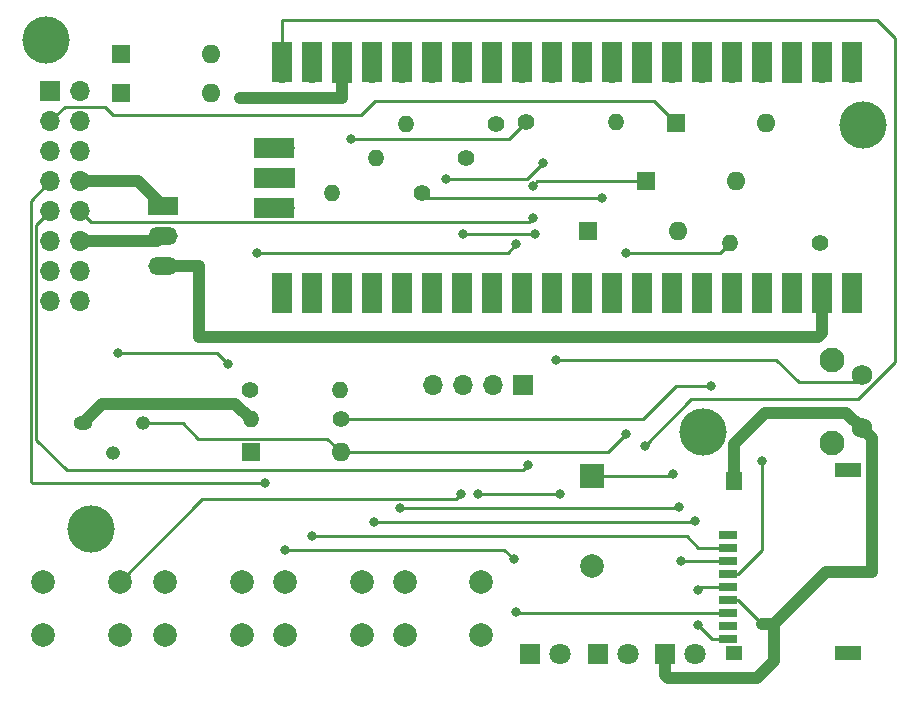
<source format=gbr>
%TF.GenerationSoftware,KiCad,Pcbnew,7.0.8*%
%TF.CreationDate,2023-11-12T18:19:46+02:00*%
%TF.ProjectId,PicoDrive,5069636f-4472-4697-9665-2e6b69636164,rev?*%
%TF.SameCoordinates,PX55854f8PY4548d10*%
%TF.FileFunction,Copper,L1,Top*%
%TF.FilePolarity,Positive*%
%FSLAX46Y46*%
G04 Gerber Fmt 4.6, Leading zero omitted, Abs format (unit mm)*
G04 Created by KiCad (PCBNEW 7.0.8) date 2023-11-12 18:19:46*
%MOMM*%
%LPD*%
G01*
G04 APERTURE LIST*
%TA.AperFunction,ComponentPad*%
%ADD10R,2.000000X2.000000*%
%TD*%
%TA.AperFunction,ComponentPad*%
%ADD11C,2.000000*%
%TD*%
%TA.AperFunction,ComponentPad*%
%ADD12O,1.700000X1.700000*%
%TD*%
%TA.AperFunction,SMDPad,CuDef*%
%ADD13R,1.700000X3.500000*%
%TD*%
%TA.AperFunction,ComponentPad*%
%ADD14R,1.700000X1.700000*%
%TD*%
%TA.AperFunction,SMDPad,CuDef*%
%ADD15R,3.500000X1.700000*%
%TD*%
%TA.AperFunction,ComponentPad*%
%ADD16C,1.400000*%
%TD*%
%TA.AperFunction,ComponentPad*%
%ADD17O,1.400000X1.400000*%
%TD*%
%TA.AperFunction,ComponentPad*%
%ADD18R,1.600000X1.600000*%
%TD*%
%TA.AperFunction,ComponentPad*%
%ADD19O,1.600000X1.600000*%
%TD*%
%TA.AperFunction,ComponentPad*%
%ADD20R,1.800000X1.800000*%
%TD*%
%TA.AperFunction,ComponentPad*%
%ADD21C,1.800000*%
%TD*%
%TA.AperFunction,SMDPad,CuDef*%
%ADD22R,1.600000X0.700000*%
%TD*%
%TA.AperFunction,SMDPad,CuDef*%
%ADD23R,1.400000X1.600000*%
%TD*%
%TA.AperFunction,SMDPad,CuDef*%
%ADD24R,2.200000X1.200000*%
%TD*%
%TA.AperFunction,SMDPad,CuDef*%
%ADD25R,1.400000X1.200000*%
%TD*%
%TA.AperFunction,ComponentPad*%
%ADD26O,1.600000X1.200000*%
%TD*%
%TA.AperFunction,ComponentPad*%
%ADD27O,1.200000X1.200000*%
%TD*%
%TA.AperFunction,ComponentPad*%
%ADD28C,2.100000*%
%TD*%
%TA.AperFunction,ComponentPad*%
%ADD29C,1.750000*%
%TD*%
%TA.AperFunction,ComponentPad*%
%ADD30R,2.500000X1.500000*%
%TD*%
%TA.AperFunction,ComponentPad*%
%ADD31O,2.500000X1.500000*%
%TD*%
%TA.AperFunction,ViaPad*%
%ADD32C,4.000000*%
%TD*%
%TA.AperFunction,ViaPad*%
%ADD33C,0.800000*%
%TD*%
%TA.AperFunction,Conductor*%
%ADD34C,0.250000*%
%TD*%
%TA.AperFunction,Conductor*%
%ADD35C,1.000000*%
%TD*%
G04 APERTURE END LIST*
D10*
%TO.P,BZ1,1,-*%
%TO.N,Net-(BZ1--)*%
X49300000Y-39800000D03*
D11*
%TO.P,BZ1,2,+*%
%TO.N,/GND*%
X49300000Y-47400000D03*
%TD*%
D12*
%TO.P,U1,1,GPIO0*%
%TO.N,Net-(D1-A)*%
X71295000Y-5670000D03*
D13*
X71295000Y-4770000D03*
D12*
%TO.P,U1,2,GPIO1*%
%TO.N,Net-(D2-A)*%
X68755000Y-5670000D03*
D13*
X68755000Y-4770000D03*
D14*
%TO.P,U1,3,GND*%
%TO.N,unconnected-(U1-GND-Pad3)*%
X66215000Y-5670000D03*
D13*
X66215000Y-4770000D03*
D12*
%TO.P,U1,4,GPIO2*%
%TO.N,Net-(D15-A)*%
X63675000Y-5670000D03*
D13*
X63675000Y-4770000D03*
D12*
%TO.P,U1,5,GPIO3*%
%TO.N,Net-(D14-A)*%
X61135000Y-5670000D03*
D13*
X61135000Y-4770000D03*
D12*
%TO.P,U1,6,GPIO4*%
%TO.N,Net-(U1-GPIO4)*%
X58595000Y-5670000D03*
D13*
X58595000Y-4770000D03*
D12*
%TO.P,U1,7,GPIO5*%
%TO.N,Net-(D12-A)*%
X56055000Y-5670000D03*
D13*
X56055000Y-4770000D03*
D14*
%TO.P,U1,8,GND*%
%TO.N,unconnected-(U1-GND-Pad8)*%
X53515000Y-5670000D03*
D13*
X53515000Y-4770000D03*
D12*
%TO.P,U1,9,GPIO6*%
%TO.N,Net-(U1-GPIO6)*%
X50975000Y-5670000D03*
D13*
X50975000Y-4770000D03*
D12*
%TO.P,U1,10,GPIO7*%
%TO.N,unconnected-(U1-GPIO7-Pad10)*%
X48435000Y-5670000D03*
D13*
X48435000Y-4770000D03*
D12*
%TO.P,U1,11,GPIO8*%
%TO.N,Net-(U1-GPIO8)*%
X45895000Y-5670000D03*
D13*
X45895000Y-4770000D03*
D12*
%TO.P,U1,12,GPIO9*%
%TO.N,Net-(U1-GPIO9)*%
X43355000Y-5670000D03*
D13*
X43355000Y-4770000D03*
D14*
%TO.P,U1,13,GND*%
%TO.N,unconnected-(U1-GND-Pad13)*%
X40815000Y-5670000D03*
D13*
X40815000Y-4770000D03*
D12*
%TO.P,U1,14,GPIO10*%
%TO.N,Net-(U1-GPIO10)*%
X38275000Y-5670000D03*
D13*
X38275000Y-4770000D03*
D12*
%TO.P,U1,15,GPIO11*%
%TO.N,Net-(U1-GPIO11)*%
X35735000Y-5670000D03*
D13*
X35735000Y-4770000D03*
D12*
%TO.P,U1,16,GPIO12*%
%TO.N,Net-(U1-GPIO12)*%
X33195000Y-5670000D03*
D13*
X33195000Y-4770000D03*
D12*
%TO.P,U1,17,GPIO13*%
%TO.N,Net-(U1-GPIO13)*%
X30655000Y-5670000D03*
D13*
X30655000Y-4770000D03*
D14*
%TO.P,U1,18,GND*%
%TO.N,/GND*%
X28115000Y-5670000D03*
D13*
X28115000Y-4770000D03*
D12*
%TO.P,U1,19,GPIO14*%
%TO.N,Net-(U1-GPIO14)*%
X25575000Y-5670000D03*
D13*
X25575000Y-4770000D03*
D12*
%TO.P,U1,20,GPIO15*%
%TO.N,Net-(J4-DET)*%
X23035000Y-5670000D03*
D13*
X23035000Y-4770000D03*
D12*
%TO.P,U1,21,GPIO16*%
%TO.N,/MISO*%
X23035000Y-23450000D03*
D13*
X23035000Y-24350000D03*
D12*
%TO.P,U1,22,GPIO17*%
%TO.N,/CS*%
X25575000Y-23450000D03*
D13*
X25575000Y-24350000D03*
D14*
%TO.P,U1,23,GND*%
%TO.N,unconnected-(U1-GND-Pad23)*%
X28115000Y-23450000D03*
D13*
X28115000Y-24350000D03*
D12*
%TO.P,U1,24,GPIO18*%
%TO.N,/SCK*%
X30655000Y-23450000D03*
D13*
X30655000Y-24350000D03*
D12*
%TO.P,U1,25,GPIO19*%
%TO.N,/MOSI*%
X33195000Y-23450000D03*
D13*
X33195000Y-24350000D03*
D12*
%TO.P,U1,26,GPIO20*%
%TO.N,Net-(J3-Pin_4)*%
X35735000Y-23450000D03*
D13*
X35735000Y-24350000D03*
D12*
%TO.P,U1,27,GPIO21*%
%TO.N,Net-(J3-Pin_3)*%
X38275000Y-23450000D03*
D13*
X38275000Y-24350000D03*
D14*
%TO.P,U1,28,GND*%
%TO.N,Net-(J3-Pin_1)*%
X40815000Y-23450000D03*
D13*
X40815000Y-24350000D03*
D12*
%TO.P,U1,29,GPIO22*%
%TO.N,unconnected-(U1-GPIO22-Pad29)*%
X43355000Y-23450000D03*
D13*
X43355000Y-24350000D03*
D12*
%TO.P,U1,30,RUN*%
%TO.N,Net-(U1-RUN)*%
X45895000Y-23450000D03*
D13*
X45895000Y-24350000D03*
D12*
%TO.P,U1,31,GPIO26_ADC0*%
%TO.N,unconnected-(U1-GPIO26_ADC0-Pad31)*%
X48435000Y-23450000D03*
D13*
X48435000Y-24350000D03*
D12*
%TO.P,U1,32,GPIO27_ADC1*%
%TO.N,unconnected-(U1-GPIO27_ADC1-Pad32)*%
X50975000Y-23450000D03*
D13*
X50975000Y-24350000D03*
D14*
%TO.P,U1,33,AGND*%
%TO.N,unconnected-(U1-AGND-Pad33)*%
X53515000Y-23450000D03*
D13*
X53515000Y-24350000D03*
D12*
%TO.P,U1,34,GPIO28_ADC2*%
%TO.N,Net-(BZ1--)*%
X56055000Y-23450000D03*
D13*
X56055000Y-24350000D03*
D12*
%TO.P,U1,35,ADC_VREF*%
%TO.N,unconnected-(U1-ADC_VREF-Pad35)*%
X58595000Y-23450000D03*
D13*
X58595000Y-24350000D03*
D12*
%TO.P,U1,36,3V3*%
%TO.N,unconnected-(U1-3V3-Pad36)*%
X61135000Y-23450000D03*
D13*
X61135000Y-24350000D03*
D12*
%TO.P,U1,37,3V3_EN*%
%TO.N,/VCC 3.3V*%
X63675000Y-23450000D03*
D13*
X63675000Y-24350000D03*
D14*
%TO.P,U1,38,GND*%
%TO.N,unconnected-(U1-GND-Pad38)*%
X66215000Y-23450000D03*
D13*
X66215000Y-24350000D03*
D12*
%TO.P,U1,39,VSYS*%
%TO.N,Net-(J3-Pin_2)*%
X68755000Y-23450000D03*
D13*
X68755000Y-24350000D03*
D12*
%TO.P,U1,40,VBUS*%
%TO.N,unconnected-(U1-VBUS-Pad40)*%
X71295000Y-23450000D03*
D13*
X71295000Y-24350000D03*
D12*
%TO.P,U1,41,SWCLK*%
%TO.N,unconnected-(U1-SWCLK-Pad41)*%
X23265000Y-12020000D03*
D15*
X22365000Y-12020000D03*
D14*
%TO.P,U1,42,GND*%
%TO.N,unconnected-(U1-GND-Pad42)*%
X23265000Y-14560000D03*
D15*
X22365000Y-14560000D03*
D12*
%TO.P,U1,43,SWDIO*%
%TO.N,unconnected-(U1-SWDIO-Pad43)*%
X23265000Y-17100000D03*
D15*
X22365000Y-17100000D03*
%TD*%
D14*
%TO.P,J1,1a,Pin_1a*%
%TO.N,Net-(D1-K)*%
X3435000Y-7255000D03*
D12*
%TO.P,J1,1b,Pin_1b*%
%TO.N,Net-(D2-K)*%
X5975000Y-7255000D03*
%TO.P,J1,2a,Pin_2a*%
%TO.N,Net-(D15-K)*%
X3435000Y-9795000D03*
%TO.P,J1,2b,Pin_2b*%
%TO.N,Net-(D11-K)*%
X5975000Y-9795000D03*
%TO.P,J1,3a,Pin_3a*%
%TO.N,unconnected-(J1-Pin_3a-Pad3a)*%
X3435000Y-12335000D03*
%TO.P,J1,3b,Pin_3b*%
%TO.N,unconnected-(J1-Pin_3b-Pad3b)*%
X5975000Y-12335000D03*
%TO.P,J1,4a,Pin_4a*%
%TO.N,Net-(J1-Pin_4a)*%
X3435000Y-14875000D03*
%TO.P,J1,4b,Pin_4b*%
%TO.N,Net-(J1-Pin_4b)*%
X5975000Y-14875000D03*
%TO.P,J1,5a,Pin_5a*%
%TO.N,Net-(D12-K)*%
X3435000Y-17415000D03*
%TO.P,J1,5b,Pin_5b*%
%TO.N,Net-(D14-K)*%
X5975000Y-17415000D03*
%TO.P,J1,6a,Pin_6a*%
%TO.N,/GND*%
X3435000Y-19955000D03*
%TO.P,J1,6b,Pin_6b*%
X5975000Y-19955000D03*
%TO.P,J1,7a,Pin_7a*%
X3435000Y-22495000D03*
%TO.P,J1,7b,Pin_7b*%
X5975000Y-22495000D03*
%TO.P,J1,8a,Pin_8a*%
X3435000Y-25035000D03*
%TO.P,J1,8b,Pin_8b*%
X5975000Y-25035000D03*
%TD*%
D16*
%TO.P,R22,1*%
%TO.N,Net-(Q3-B)*%
X43705000Y-9825000D03*
D17*
%TO.P,R22,2*%
%TO.N,Net-(U1-GPIO6)*%
X51325000Y-9825000D03*
%TD*%
D16*
%TO.P,R6,1*%
%TO.N,Net-(BL_LED1-A)*%
X34935000Y-15850000D03*
D17*
%TO.P,R6,2*%
%TO.N,Net-(U1-GPIO14)*%
X27315000Y-15850000D03*
%TD*%
D16*
%TO.P,R7,1*%
%TO.N,Net-(RD_LED1-A)*%
X38610000Y-12850000D03*
D17*
%TO.P,R7,2*%
%TO.N,Net-(U1-GPIO13)*%
X30990000Y-12850000D03*
%TD*%
D18*
%TO.P,D2,1,K*%
%TO.N,Net-(D2-K)*%
X9455000Y-7350000D03*
D19*
%TO.P,D2,2,A*%
%TO.N,Net-(D2-A)*%
X17075000Y-7350000D03*
%TD*%
D16*
%TO.P,R26,1*%
%TO.N,Net-(U1-GPIO4)*%
X28025000Y-35000000D03*
D17*
%TO.P,R26,2*%
%TO.N,/GND*%
X20405000Y-35000000D03*
%TD*%
D20*
%TO.P,BL_LED1,1,K*%
%TO.N,/GND*%
X55475000Y-54862500D03*
D21*
%TO.P,BL_LED1,2,A*%
%TO.N,Net-(BL_LED1-A)*%
X58015000Y-54862500D03*
%TD*%
D16*
%TO.P,R25,1*%
%TO.N,Net-(J1-Pin_4a)*%
X20330000Y-32500000D03*
D17*
%TO.P,R25,2*%
%TO.N,Net-(U1-GPIO4)*%
X27950000Y-32500000D03*
%TD*%
D20*
%TO.P,RD_LED1,1,K*%
%TO.N,/GND*%
X49775000Y-54862500D03*
D21*
%TO.P,RD_LED1,2,A*%
%TO.N,Net-(RD_LED1-A)*%
X52315000Y-54862500D03*
%TD*%
D22*
%TO.P,J4,1,DAT2*%
%TO.N,unconnected-(J4-DAT2-Pad1)*%
X60828145Y-44809968D03*
%TO.P,J4,2,DAT3/CD*%
%TO.N,/CS*%
X60828145Y-45909968D03*
%TO.P,J4,3,CMD*%
%TO.N,/MOSI*%
X60828145Y-47009968D03*
%TO.P,J4,4,VDD*%
%TO.N,/VCC 3.3V*%
X60828145Y-48109968D03*
%TO.P,J4,5,CLK*%
%TO.N,/SCK*%
X60828145Y-49209968D03*
%TO.P,J4,6,VSS*%
%TO.N,/GND*%
X60828145Y-50309968D03*
%TO.P,J4,7,DAT0*%
%TO.N,/MISO*%
X60828145Y-51409968D03*
%TO.P,J4,8,DAT1*%
%TO.N,unconnected-(J4-DAT1-Pad8)*%
X60828145Y-52509968D03*
%TO.P,J4,9,DET*%
%TO.N,Net-(J4-DET)*%
X60828145Y-53609968D03*
D23*
%TO.P,J4,10,SHIELD*%
%TO.N,/GND*%
X61328145Y-40209968D03*
D24*
%TO.P,J4,SH*%
%TO.N,N/C*%
X70928145Y-39309968D03*
X70928145Y-54809968D03*
D25*
X61328145Y-54809968D03*
%TD*%
D26*
%TO.P,Q3,1,E*%
%TO.N,/GND*%
X6200000Y-35350000D03*
D27*
%TO.P,Q3,2,B*%
%TO.N,Net-(Q3-B)*%
X8740000Y-37890000D03*
%TO.P,Q3,3,C*%
%TO.N,Net-(D11-A)*%
X11280000Y-35350000D03*
%TD*%
D18*
%TO.P,D11,1,K*%
%TO.N,Net-(D11-K)*%
X20400000Y-37775000D03*
D19*
%TO.P,D11,2,A*%
%TO.N,Net-(D11-A)*%
X28020000Y-37775000D03*
%TD*%
D18*
%TO.P,D14,1,K*%
%TO.N,Net-(D14-K)*%
X53880000Y-14875000D03*
D19*
%TO.P,D14,2,A*%
%TO.N,Net-(D14-A)*%
X61500000Y-14875000D03*
%TD*%
D14*
%TO.P,J3,1,Pin_1*%
%TO.N,Net-(J3-Pin_1)*%
X43490000Y-32075000D03*
D12*
%TO.P,J3,2,Pin_2*%
%TO.N,Net-(J3-Pin_2)*%
X40950000Y-32075000D03*
%TO.P,J3,3,Pin_3*%
%TO.N,Net-(J3-Pin_3)*%
X38410000Y-32075000D03*
%TO.P,J3,4,Pin_4*%
%TO.N,Net-(J3-Pin_4)*%
X35870000Y-32075000D03*
%TD*%
D28*
%TO.P,SW_RST1,*%
%TO.N,*%
X69647500Y-30025000D03*
X69647500Y-37035000D03*
D29*
%TO.P,SW_RST1,1,1*%
%TO.N,Net-(U1-RUN)*%
X72137500Y-31275000D03*
%TO.P,SW_RST1,2,2*%
%TO.N,/GND*%
X72137500Y-35775000D03*
%TD*%
D16*
%TO.P,R8,1*%
%TO.N,Net-(GR_LED1-A)*%
X41175000Y-9975000D03*
D17*
%TO.P,R8,2*%
%TO.N,Net-(U1-GPIO12)*%
X33555000Y-9975000D03*
%TD*%
D30*
%TO.P,U2,1,Vin*%
%TO.N,Net-(J1-Pin_4b)*%
X12952500Y-16942500D03*
D31*
%TO.P,U2,2,GND*%
%TO.N,/GND*%
X12952500Y-19482500D03*
%TO.P,U2,3,Vout*%
%TO.N,Net-(J3-Pin_2)*%
X12952500Y-22022500D03*
%TD*%
D16*
%TO.P,R21,1*%
%TO.N,Net-(J3-Pin_2)*%
X68600000Y-20100000D03*
D17*
%TO.P,R21,2*%
%TO.N,Net-(D11-A)*%
X60980000Y-20100000D03*
%TD*%
D11*
%TO.P,SW_ENT1,1,1*%
%TO.N,/GND*%
X29800000Y-53250000D03*
X23300000Y-53250000D03*
%TO.P,SW_ENT1,2,2*%
%TO.N,Net-(U1-GPIO10)*%
X29800000Y-48750000D03*
X23300000Y-48750000D03*
%TD*%
D18*
%TO.P,D15,1,K*%
%TO.N,Net-(D15-K)*%
X56380000Y-9925000D03*
D19*
%TO.P,D15,2,A*%
%TO.N,Net-(D15-A)*%
X64000000Y-9925000D03*
%TD*%
D20*
%TO.P,GR_LED1,1,K*%
%TO.N,/GND*%
X44010000Y-54887500D03*
D21*
%TO.P,GR_LED1,2,A*%
%TO.N,Net-(GR_LED1-A)*%
X46550000Y-54887500D03*
%TD*%
D18*
%TO.P,D1,1,K*%
%TO.N,Net-(D1-K)*%
X9455000Y-4075000D03*
D19*
%TO.P,D1,2,A*%
%TO.N,Net-(D1-A)*%
X17075000Y-4075000D03*
%TD*%
D11*
%TO.P,SW_NXT1,1,1*%
%TO.N,/GND*%
X19625000Y-53250000D03*
X13125000Y-53250000D03*
%TO.P,SW_NXT1,2,2*%
%TO.N,Net-(U1-GPIO9)*%
X19625000Y-48750000D03*
X13125000Y-48750000D03*
%TD*%
D18*
%TO.P,D12,1,K*%
%TO.N,Net-(D12-K)*%
X48965000Y-19050000D03*
D19*
%TO.P,D12,2,A*%
%TO.N,Net-(D12-A)*%
X56585000Y-19050000D03*
%TD*%
D11*
%TO.P,SW_PRV1,1,1*%
%TO.N,/GND*%
X9300000Y-53250000D03*
X2800000Y-53250000D03*
%TO.P,SW_PRV1,2,2*%
%TO.N,Net-(U1-GPIO8)*%
X9300000Y-48750000D03*
X2800000Y-48750000D03*
%TD*%
%TO.P,SW_BCK1,1,1*%
%TO.N,/GND*%
X39925000Y-53300000D03*
X33425000Y-53300000D03*
%TO.P,SW_BCK1,2,2*%
%TO.N,Net-(U1-GPIO11)*%
X39925000Y-48800000D03*
X33425000Y-48800000D03*
%TD*%
D32*
%TO.N,*%
X6900000Y-44325000D03*
X3025000Y-2875000D03*
X58725000Y-36075000D03*
X72275000Y-10100000D03*
D33*
%TO.N,Net-(BZ1--)*%
X56125000Y-39675000D03*
%TO.N,/GND*%
X19525000Y-7825000D03*
%TO.N,Net-(GR_LED1-A)*%
X39675000Y-41375000D03*
X46550000Y-41375000D03*
%TO.N,Net-(RD_LED1-A)*%
X44450000Y-19300000D03*
X38400000Y-19300000D03*
%TO.N,Net-(BL_LED1-A)*%
X50150000Y-16250000D03*
%TO.N,Net-(D11-K)*%
X18475000Y-30350000D03*
X9175000Y-29425000D03*
%TO.N,Net-(D11-A)*%
X52150000Y-20950000D03*
X52200000Y-36250000D03*
%TO.N,Net-(D12-K)*%
X43850000Y-38925000D03*
%TO.N,Net-(D14-K)*%
X44275000Y-18000000D03*
X44275000Y-15250000D03*
%TO.N,Net-(J1-Pin_4a)*%
X21625000Y-40375000D03*
%TO.N,/CS*%
X25600000Y-44925000D03*
%TO.N,/SCK*%
X58300000Y-49500000D03*
X58025000Y-43625000D03*
X30800000Y-43700000D03*
%TO.N,/MOSI*%
X56850000Y-47000000D03*
X56700000Y-42450000D03*
X33000000Y-42525000D03*
%TO.N,/MISO*%
X23325000Y-46050000D03*
X42875000Y-51300000D03*
X42675000Y-46875000D03*
%TO.N,Net-(J3-Pin_2)*%
X41075000Y-28027500D03*
%TO.N,/VCC 3.3V*%
X63650000Y-38550000D03*
%TO.N,Net-(J4-DET)*%
X53768476Y-37243476D03*
X58275000Y-52400000D03*
%TO.N,Net-(Q3-B)*%
X28900000Y-11275000D03*
%TO.N,Net-(U1-GPIO4)*%
X59375000Y-32200000D03*
%TO.N,Net-(U1-RUN)*%
X46225000Y-29975000D03*
%TO.N,Net-(U1-GPIO8)*%
X38225000Y-41375000D03*
X36975000Y-14700000D03*
X45175000Y-13300000D03*
%TO.N,Net-(U1-GPIO9)*%
X42900000Y-20175000D03*
X20925000Y-20900000D03*
%TD*%
D34*
%TO.N,Net-(BZ1--)*%
X49300000Y-39800000D02*
X56000000Y-39800000D01*
X56000000Y-39800000D02*
X56125000Y-39675000D01*
%TO.N,/GND*%
X61628145Y-50309968D02*
X60828145Y-50309968D01*
D35*
X55475000Y-56675000D02*
X55750000Y-56950000D01*
X55475000Y-54862500D02*
X55475000Y-56675000D01*
X19105000Y-33700000D02*
X20405000Y-35000000D01*
X12480000Y-19955000D02*
X12952500Y-19482500D01*
X61328145Y-37096855D02*
X63975000Y-34450000D01*
X7850000Y-33700000D02*
X19105000Y-33700000D01*
X28115000Y-7785000D02*
X19565000Y-7785000D01*
X28115000Y-5670000D02*
X28115000Y-7785000D01*
X70812500Y-34450000D02*
X72137500Y-35775000D01*
X55750000Y-56950000D02*
X63225000Y-56950000D01*
X5975000Y-19955000D02*
X12480000Y-19955000D01*
X61328145Y-40209968D02*
X61328145Y-37096855D01*
X72975000Y-47950000D02*
X69085169Y-47950000D01*
X69085169Y-47950000D02*
X64678346Y-52356823D01*
X72137500Y-35775000D02*
X72975000Y-36612500D01*
X64678346Y-52356823D02*
X63675000Y-52356823D01*
X6200000Y-35350000D02*
X7850000Y-33700000D01*
X19565000Y-7785000D02*
X19525000Y-7825000D01*
X72975000Y-36612500D02*
X72975000Y-47950000D01*
X64678346Y-55496654D02*
X64678346Y-52356823D01*
X63975000Y-34450000D02*
X70812500Y-34450000D01*
X63225000Y-56950000D02*
X64678346Y-55496654D01*
D34*
X63675000Y-52356823D02*
X61628145Y-50309968D01*
%TO.N,Net-(GR_LED1-A)*%
X39675000Y-41375000D02*
X46550000Y-41375000D01*
%TO.N,Net-(RD_LED1-A)*%
X44450000Y-19300000D02*
X38400000Y-19300000D01*
%TO.N,Net-(BL_LED1-A)*%
X35335000Y-16250000D02*
X34935000Y-15850000D01*
X50150000Y-16250000D02*
X35335000Y-16250000D01*
%TO.N,Net-(D11-K)*%
X9175000Y-29425000D02*
X17550000Y-29425000D01*
X17550000Y-29425000D02*
X18475000Y-30350000D01*
%TO.N,Net-(D11-A)*%
X11280000Y-35350000D02*
X14625000Y-35350000D01*
X15925000Y-36650000D02*
X26895000Y-36650000D01*
X52150000Y-20950000D02*
X60130000Y-20950000D01*
X14625000Y-35350000D02*
X15925000Y-36650000D01*
X26895000Y-36650000D02*
X28020000Y-37775000D01*
X60130000Y-20950000D02*
X60980000Y-20100000D01*
X50675000Y-37775000D02*
X52200000Y-36250000D01*
X28020000Y-37775000D02*
X50675000Y-37775000D01*
%TO.N,Net-(D12-K)*%
X13925000Y-39300000D02*
X4825000Y-39300000D01*
X2260489Y-36735489D02*
X2260489Y-18589511D01*
X2260489Y-18589511D02*
X3435000Y-17415000D01*
X13925000Y-39300000D02*
X43475000Y-39300000D01*
X43475000Y-39300000D02*
X43850000Y-38925000D01*
X4825000Y-39300000D02*
X2260489Y-36735489D01*
%TO.N,Net-(D14-K)*%
X5975000Y-17415000D02*
X6835000Y-18275000D01*
X44000000Y-18275000D02*
X44275000Y-18000000D01*
X6835000Y-18275000D02*
X44000000Y-18275000D01*
X44275000Y-15250000D02*
X44650000Y-14875000D01*
X44650000Y-14875000D02*
X53880000Y-14875000D01*
%TO.N,Net-(D15-K)*%
X54555000Y-8100000D02*
X56380000Y-9925000D01*
X8080380Y-8575000D02*
X8755380Y-9250000D01*
X30900000Y-8100000D02*
X54555000Y-8100000D01*
X8755380Y-9250000D02*
X29750000Y-9250000D01*
X29750000Y-9250000D02*
X30900000Y-8100000D01*
X4655000Y-8575000D02*
X8080380Y-8575000D01*
X3435000Y-9795000D02*
X4655000Y-8575000D01*
%TO.N,Net-(J1-Pin_4a)*%
X1810969Y-40275000D02*
X1810969Y-40360969D01*
X21625000Y-40375000D02*
X1910969Y-40375000D01*
X1910969Y-40375000D02*
X1810969Y-40275000D01*
X3435000Y-14875000D02*
X1810969Y-16499031D01*
X1810969Y-38360969D02*
X1810969Y-40275000D01*
X1810969Y-16499031D02*
X1810969Y-38360969D01*
%TO.N,/CS*%
X57300000Y-44925000D02*
X58284968Y-45909968D01*
X25600000Y-44925000D02*
X57300000Y-44925000D01*
X58284968Y-45909968D02*
X60828145Y-45909968D01*
%TO.N,/SCK*%
X58300000Y-49500000D02*
X58590032Y-49209968D01*
X58590032Y-49209968D02*
X60828145Y-49209968D01*
X57950000Y-43700000D02*
X58025000Y-43625000D01*
X30800000Y-43700000D02*
X57950000Y-43700000D01*
%TO.N,/MOSI*%
X33000000Y-42525000D02*
X56625000Y-42525000D01*
X56625000Y-42525000D02*
X56700000Y-42450000D01*
X56859968Y-47009968D02*
X60828145Y-47009968D01*
X56850000Y-47000000D02*
X56859968Y-47009968D01*
%TO.N,/MISO*%
X41850000Y-46050000D02*
X42675000Y-46875000D01*
X42875000Y-51300000D02*
X42984968Y-51409968D01*
X42984968Y-51409968D02*
X60828145Y-51409968D01*
X23325000Y-46050000D02*
X41850000Y-46050000D01*
D35*
%TO.N,Net-(J1-Pin_4b)*%
X5975000Y-14875000D02*
X10885000Y-14875000D01*
X10885000Y-14875000D02*
X12952500Y-16942500D01*
%TO.N,Net-(J3-Pin_2)*%
X16027500Y-22022500D02*
X16027500Y-28027500D01*
X68437500Y-28027500D02*
X68755000Y-27710000D01*
X12952500Y-22022500D02*
X16027500Y-22022500D01*
X68755000Y-27710000D02*
X68755000Y-23450000D01*
X16027500Y-28027500D02*
X41075000Y-28027500D01*
X41075000Y-28027500D02*
X68437500Y-28027500D01*
D34*
%TO.N,/VCC 3.3V*%
X61628145Y-48109968D02*
X63650000Y-46088113D01*
X63650000Y-46088113D02*
X63650000Y-38550000D01*
X60828145Y-48109968D02*
X61628145Y-48109968D01*
%TO.N,Net-(J4-DET)*%
X73440000Y-1190000D02*
X74975000Y-2725000D01*
X53768476Y-37243477D02*
X53768476Y-37243476D01*
X74975000Y-2725000D02*
X74975000Y-30132861D01*
X71782861Y-33325000D02*
X57686953Y-33325000D01*
X59484968Y-53609968D02*
X60828145Y-53609968D01*
X58275000Y-52400000D02*
X59484968Y-53609968D01*
X74975000Y-30132861D02*
X71782861Y-33325000D01*
X23035000Y-1190000D02*
X73440000Y-1190000D01*
X57686953Y-33325000D02*
X53768476Y-37243476D01*
X23035000Y-2085000D02*
X23035000Y-1190000D01*
X23035000Y-5670000D02*
X23035000Y-2085000D01*
%TO.N,Net-(Q3-B)*%
X28900000Y-11275000D02*
X42255000Y-11275000D01*
X42255000Y-11275000D02*
X43705000Y-9825000D01*
%TO.N,Net-(U1-GPIO4)*%
X59375000Y-32200000D02*
X56375000Y-32200000D01*
X56375000Y-32200000D02*
X53575000Y-35000000D01*
X53575000Y-35000000D02*
X28025000Y-35000000D01*
%TO.N,Net-(U1-RUN)*%
X64875000Y-29975000D02*
X66791173Y-31891173D01*
X71521327Y-31891173D02*
X72137500Y-31275000D01*
X46225000Y-29975000D02*
X64875000Y-29975000D01*
X66791173Y-31891173D02*
X71521327Y-31891173D01*
%TO.N,Net-(U1-GPIO8)*%
X43775000Y-14700000D02*
X45175000Y-13300000D01*
X16250000Y-41800000D02*
X37800000Y-41800000D01*
X36975000Y-14700000D02*
X43775000Y-14700000D01*
X37800000Y-41800000D02*
X38225000Y-41375000D01*
X9300000Y-48750000D02*
X16250000Y-41800000D01*
%TO.N,Net-(U1-GPIO9)*%
X20925000Y-20900000D02*
X42175000Y-20900000D01*
X42175000Y-20900000D02*
X42900000Y-20175000D01*
%TD*%
M02*

</source>
